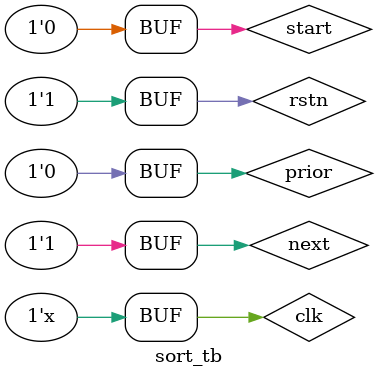
<source format=v>
module sort_tb();

reg clk, rstn, start, prior, next;

always #10 clk = ~clk;

initial begin
    clk = 0; rstn = 0; start = 0; prior = 0; next = 0;
    #100
    rstn = 1; next = 1;
    #20
    next = 0; 
    #20  next = 1; #20 next = 0; #20 next = 1; #20 next = 0;
    #20
    start = 1;
    #8000
    start = 0;
    #20
    next = 1;
    #20
    next = 0; 
    #20
    next = 1; #20 next = 0; #20 next = 1; #20 next = 0; #20 next = 1;
end

sort_top st(
    .clk(clk),
    .rstn(rstn),
    .start(start),
    .prior(prior),
    .next(next),
    .seg(),
    .an()
);



endmodule
</source>
